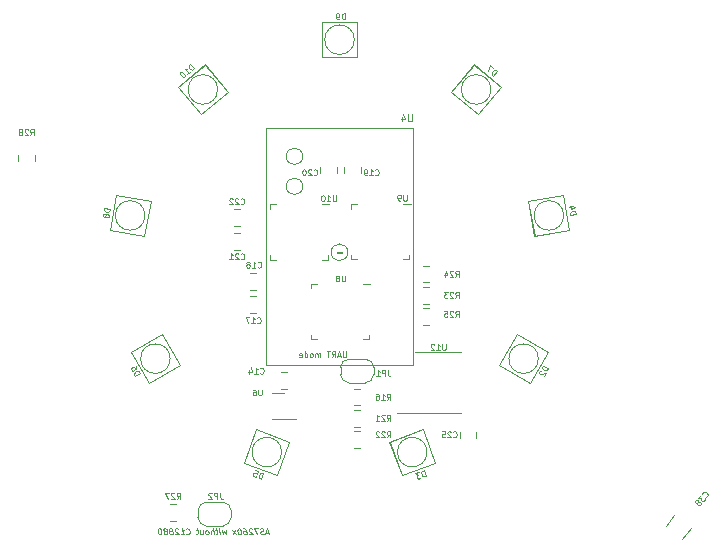
<source format=gbr>
%TF.GenerationSoftware,KiCad,Pcbnew,5.1.6+dfsg1-1*%
%TF.CreationDate,2020-08-08T17:15:22+09:00*%
%TF.ProjectId,portable_spectro_sch,706f7274-6162-46c6-955f-737065637472,rev?*%
%TF.SameCoordinates,Original*%
%TF.FileFunction,Legend,Bot*%
%TF.FilePolarity,Positive*%
%FSLAX46Y46*%
G04 Gerber Fmt 4.6, Leading zero omitted, Abs format (unit mm)*
G04 Created by KiCad (PCBNEW 5.1.6+dfsg1-1) date 2020-08-08 17:15:22*
%MOMM*%
%LPD*%
G01*
G04 APERTURE LIST*
%ADD10C,0.070000*%
%ADD11C,0.050000*%
%ADD12C,0.120000*%
G04 APERTURE END LIST*
D10*
X221298095Y-80546190D02*
X221298095Y-80950952D01*
X221274285Y-80998571D01*
X221250476Y-81022380D01*
X221202857Y-81046190D01*
X221107619Y-81046190D01*
X221060000Y-81022380D01*
X221036190Y-80998571D01*
X221012380Y-80950952D01*
X221012380Y-80546190D01*
X220798095Y-80903333D02*
X220560000Y-80903333D01*
X220845714Y-81046190D02*
X220679047Y-80546190D01*
X220512380Y-81046190D01*
X220060000Y-81046190D02*
X220226666Y-80808095D01*
X220345714Y-81046190D02*
X220345714Y-80546190D01*
X220155238Y-80546190D01*
X220107619Y-80570000D01*
X220083809Y-80593809D01*
X220060000Y-80641428D01*
X220060000Y-80712857D01*
X220083809Y-80760476D01*
X220107619Y-80784285D01*
X220155238Y-80808095D01*
X220345714Y-80808095D01*
X219917142Y-80546190D02*
X219631428Y-80546190D01*
X219774285Y-81046190D02*
X219774285Y-80546190D01*
X219083809Y-81046190D02*
X219083809Y-80712857D01*
X219083809Y-80760476D02*
X219060000Y-80736666D01*
X219012380Y-80712857D01*
X218940952Y-80712857D01*
X218893333Y-80736666D01*
X218869523Y-80784285D01*
X218869523Y-81046190D01*
X218869523Y-80784285D02*
X218845714Y-80736666D01*
X218798095Y-80712857D01*
X218726666Y-80712857D01*
X218679047Y-80736666D01*
X218655238Y-80784285D01*
X218655238Y-81046190D01*
X218345714Y-81046190D02*
X218393333Y-81022380D01*
X218417142Y-80998571D01*
X218440952Y-80950952D01*
X218440952Y-80808095D01*
X218417142Y-80760476D01*
X218393333Y-80736666D01*
X218345714Y-80712857D01*
X218274285Y-80712857D01*
X218226666Y-80736666D01*
X218202857Y-80760476D01*
X218179047Y-80808095D01*
X218179047Y-80950952D01*
X218202857Y-80998571D01*
X218226666Y-81022380D01*
X218274285Y-81046190D01*
X218345714Y-81046190D01*
X217750476Y-81046190D02*
X217750476Y-80546190D01*
X217750476Y-81022380D02*
X217798095Y-81046190D01*
X217893333Y-81046190D01*
X217940952Y-81022380D01*
X217964761Y-80998571D01*
X217988571Y-80950952D01*
X217988571Y-80808095D01*
X217964761Y-80760476D01*
X217940952Y-80736666D01*
X217893333Y-80712857D01*
X217798095Y-80712857D01*
X217750476Y-80736666D01*
X217321904Y-81022380D02*
X217369523Y-81046190D01*
X217464761Y-81046190D01*
X217512380Y-81022380D01*
X217536190Y-80974761D01*
X217536190Y-80784285D01*
X217512380Y-80736666D01*
X217464761Y-80712857D01*
X217369523Y-80712857D01*
X217321904Y-80736666D01*
X217298095Y-80784285D01*
X217298095Y-80831904D01*
X217536190Y-80879523D01*
X214710300Y-95883333D02*
X214472205Y-95883333D01*
X214775776Y-96026190D02*
X214546610Y-95526190D01*
X214442443Y-96026190D01*
X214296610Y-96002380D02*
X214228157Y-96026190D01*
X214109110Y-96026190D01*
X214058514Y-96002380D01*
X214031729Y-95978571D01*
X214001967Y-95930952D01*
X213996014Y-95883333D01*
X214013872Y-95835714D01*
X214034705Y-95811904D01*
X214079348Y-95788095D01*
X214171610Y-95764285D01*
X214216252Y-95740476D01*
X214237086Y-95716666D01*
X214254943Y-95669047D01*
X214248991Y-95621428D01*
X214219229Y-95573809D01*
X214192443Y-95550000D01*
X214141848Y-95526190D01*
X214022800Y-95526190D01*
X213954348Y-95550000D01*
X213784705Y-95526190D02*
X213451372Y-95526190D01*
X213728157Y-96026190D01*
X213290657Y-95573809D02*
X213263872Y-95550000D01*
X213213276Y-95526190D01*
X213094229Y-95526190D01*
X213049586Y-95550000D01*
X213028752Y-95573809D01*
X213010895Y-95621428D01*
X213016848Y-95669047D01*
X213049586Y-95740476D01*
X213371014Y-96026190D01*
X213061491Y-96026190D01*
X212570419Y-95526190D02*
X212665657Y-95526190D01*
X212716252Y-95550000D01*
X212743038Y-95573809D01*
X212799586Y-95645238D01*
X212835300Y-95740476D01*
X212859110Y-95930952D01*
X212841252Y-95978571D01*
X212820419Y-96002380D01*
X212775776Y-96026190D01*
X212680538Y-96026190D01*
X212629943Y-96002380D01*
X212603157Y-95978571D01*
X212573395Y-95930952D01*
X212558514Y-95811904D01*
X212576372Y-95764285D01*
X212597205Y-95740476D01*
X212641848Y-95716666D01*
X212737086Y-95716666D01*
X212787681Y-95740476D01*
X212814467Y-95764285D01*
X212844229Y-95811904D01*
X212213276Y-95526190D02*
X212165657Y-95526190D01*
X212121014Y-95550000D01*
X212100181Y-95573809D01*
X212082324Y-95621428D01*
X212070419Y-95716666D01*
X212085300Y-95835714D01*
X212121014Y-95930952D01*
X212150776Y-95978571D01*
X212177562Y-96002380D01*
X212228157Y-96026190D01*
X212275776Y-96026190D01*
X212320419Y-96002380D01*
X212341252Y-95978571D01*
X212359110Y-95930952D01*
X212371014Y-95835714D01*
X212356133Y-95716666D01*
X212320419Y-95621428D01*
X212290657Y-95573809D01*
X212263872Y-95550000D01*
X212213276Y-95526190D01*
X211942443Y-96026190D02*
X211638872Y-95692857D01*
X211900776Y-95692857D02*
X211680538Y-96026190D01*
X211115062Y-95692857D02*
X211061491Y-96026190D01*
X210936491Y-95788095D01*
X210871014Y-96026190D01*
X210734110Y-95692857D01*
X210585300Y-96026190D02*
X210543633Y-95692857D01*
X210522800Y-95526190D02*
X210549586Y-95550000D01*
X210528752Y-95573809D01*
X210501967Y-95550000D01*
X210522800Y-95526190D01*
X210528752Y-95573809D01*
X210376967Y-95692857D02*
X210186491Y-95692857D01*
X210284705Y-95526190D02*
X210338276Y-95954761D01*
X210320419Y-96002380D01*
X210275776Y-96026190D01*
X210228157Y-96026190D01*
X210061491Y-96026190D02*
X209998991Y-95526190D01*
X209847205Y-96026190D02*
X209814467Y-95764285D01*
X209832324Y-95716666D01*
X209876967Y-95692857D01*
X209948395Y-95692857D01*
X209998991Y-95716666D01*
X210025776Y-95740476D01*
X209537681Y-96026190D02*
X209582324Y-96002380D01*
X209603157Y-95978571D01*
X209621014Y-95930952D01*
X209603157Y-95788095D01*
X209573395Y-95740476D01*
X209546610Y-95716666D01*
X209496014Y-95692857D01*
X209424586Y-95692857D01*
X209379943Y-95716666D01*
X209359110Y-95740476D01*
X209341252Y-95788095D01*
X209359110Y-95930952D01*
X209388872Y-95978571D01*
X209415657Y-96002380D01*
X209466252Y-96026190D01*
X209537681Y-96026190D01*
X208900776Y-95692857D02*
X208942443Y-96026190D01*
X209115062Y-95692857D02*
X209147800Y-95954761D01*
X209129943Y-96002380D01*
X209085300Y-96026190D01*
X209013872Y-96026190D01*
X208963276Y-96002380D01*
X208936491Y-95978571D01*
X208734110Y-95692857D02*
X208543633Y-95692857D01*
X208641848Y-95526190D02*
X208695419Y-95954761D01*
X208677562Y-96002380D01*
X208632919Y-96026190D01*
X208585300Y-96026190D01*
X207746014Y-95978571D02*
X207772800Y-96002380D01*
X207847205Y-96026190D01*
X207894824Y-96026190D01*
X207963276Y-96002380D01*
X208004943Y-95954761D01*
X208022800Y-95907142D01*
X208034705Y-95811904D01*
X208025776Y-95740476D01*
X207990062Y-95645238D01*
X207960300Y-95597619D01*
X207906729Y-95550000D01*
X207832324Y-95526190D01*
X207784705Y-95526190D01*
X207716252Y-95550000D01*
X207695419Y-95573809D01*
X207275776Y-96026190D02*
X207561491Y-96026190D01*
X207418633Y-96026190D02*
X207356133Y-95526190D01*
X207412681Y-95597619D01*
X207466252Y-95645238D01*
X207516848Y-95669047D01*
X207028752Y-95573809D02*
X207001967Y-95550000D01*
X206951372Y-95526190D01*
X206832324Y-95526190D01*
X206787681Y-95550000D01*
X206766848Y-95573809D01*
X206748991Y-95621428D01*
X206754943Y-95669047D01*
X206787681Y-95740476D01*
X207109110Y-96026190D01*
X206799586Y-96026190D01*
X206478157Y-95740476D02*
X206522800Y-95716666D01*
X206543633Y-95692857D01*
X206561491Y-95645238D01*
X206558514Y-95621428D01*
X206528752Y-95573809D01*
X206501967Y-95550000D01*
X206451372Y-95526190D01*
X206356133Y-95526190D01*
X206311491Y-95550000D01*
X206290657Y-95573809D01*
X206272800Y-95621428D01*
X206275776Y-95645238D01*
X206305538Y-95692857D01*
X206332324Y-95716666D01*
X206382919Y-95740476D01*
X206478157Y-95740476D01*
X206528752Y-95764285D01*
X206555538Y-95788095D01*
X206585300Y-95835714D01*
X206597205Y-95930952D01*
X206579348Y-95978571D01*
X206558514Y-96002380D01*
X206513872Y-96026190D01*
X206418633Y-96026190D01*
X206368038Y-96002380D01*
X206341252Y-95978571D01*
X206311491Y-95930952D01*
X206299586Y-95835714D01*
X206317443Y-95788095D01*
X206338276Y-95764285D01*
X206382919Y-95740476D01*
X206001967Y-95740476D02*
X206046610Y-95716666D01*
X206067443Y-95692857D01*
X206085300Y-95645238D01*
X206082324Y-95621428D01*
X206052562Y-95573809D01*
X206025776Y-95550000D01*
X205975181Y-95526190D01*
X205879943Y-95526190D01*
X205835300Y-95550000D01*
X205814467Y-95573809D01*
X205796610Y-95621428D01*
X205799586Y-95645238D01*
X205829348Y-95692857D01*
X205856133Y-95716666D01*
X205906729Y-95740476D01*
X206001967Y-95740476D01*
X206052562Y-95764285D01*
X206079348Y-95788095D01*
X206109110Y-95835714D01*
X206121014Y-95930952D01*
X206103157Y-95978571D01*
X206082324Y-96002380D01*
X206037681Y-96026190D01*
X205942443Y-96026190D01*
X205891848Y-96002380D01*
X205865062Y-95978571D01*
X205835300Y-95930952D01*
X205823395Y-95835714D01*
X205841252Y-95788095D01*
X205862086Y-95764285D01*
X205906729Y-95740476D01*
X205475181Y-95526190D02*
X205427562Y-95526190D01*
X205382919Y-95550000D01*
X205362086Y-95573809D01*
X205344229Y-95621428D01*
X205332324Y-95716666D01*
X205347205Y-95835714D01*
X205382919Y-95930952D01*
X205412681Y-95978571D01*
X205439467Y-96002380D01*
X205490062Y-96026190D01*
X205537681Y-96026190D01*
X205582324Y-96002380D01*
X205603157Y-95978571D01*
X205621014Y-95930952D01*
X205632919Y-95835714D01*
X205618038Y-95716666D01*
X205582324Y-95621428D01*
X205552562Y-95573809D01*
X205525776Y-95550000D01*
X205475181Y-95526190D01*
D11*
X221960000Y-54160000D02*
G75*
G03*
X221960000Y-54160000I-1250000J0D01*
G01*
X219210000Y-52660000D02*
X222210000Y-52660000D01*
X219210000Y-55660000D02*
X219210000Y-52660000D01*
X222210000Y-52660000D02*
X222210000Y-55660000D01*
X222210000Y-55660000D02*
X219210000Y-55660000D01*
X210389824Y-58371201D02*
G75*
G03*
X210389824Y-58371201I-1250000J0D01*
G01*
X209324709Y-56257952D02*
X211253072Y-58556086D01*
X207026575Y-58186315D02*
X209324709Y-56257952D01*
X208954938Y-60484449D02*
X207026575Y-58186315D01*
X211253072Y-58556086D02*
X208954938Y-60484449D01*
X204233461Y-69034333D02*
G75*
G03*
X204233461Y-69034333I-1250000J0D01*
G01*
X201766722Y-67296649D02*
X204721145Y-67817594D01*
X201245777Y-70251073D02*
X201766722Y-67296649D01*
X204200200Y-70772017D02*
X201245777Y-70251073D01*
X204721145Y-67817594D02*
X204200200Y-70772017D01*
X206371543Y-81160000D02*
G75*
G03*
X206371543Y-81160000I-1250000J0D01*
G01*
X203072505Y-80610961D02*
X205670581Y-79110961D01*
X204572505Y-83209038D02*
X203072505Y-80610961D01*
X207170581Y-81709038D02*
X204572505Y-83209038D01*
X205670581Y-79110961D02*
X207170581Y-81709038D01*
X215803638Y-89074467D02*
G75*
G03*
X215803638Y-89074467I-1250000J0D01*
G01*
X212631069Y-89970975D02*
X213657129Y-87151898D01*
X215450147Y-90997036D02*
X212631069Y-89970975D01*
X216476207Y-88177958D02*
X215450147Y-90997036D01*
X213657129Y-87151898D02*
X216476207Y-88177958D01*
X228116362Y-89074467D02*
G75*
G03*
X228116362Y-89074467I-1250000J0D01*
G01*
X225969853Y-90997036D02*
X224943793Y-88177958D01*
X228788931Y-89970975D02*
X225969853Y-90997036D01*
X227762871Y-87151898D02*
X228788931Y-89970975D01*
X224943793Y-88177958D02*
X227762871Y-87151898D01*
X237548457Y-81159999D02*
G75*
G03*
X237548457Y-81159999I-1250000J0D01*
G01*
X236847495Y-83209038D02*
X234249419Y-81709038D01*
X238347495Y-80610961D02*
X236847495Y-83209038D01*
X235749419Y-79110961D02*
X238347495Y-80610961D01*
X234249419Y-81709038D02*
X235749419Y-79110961D01*
X239686539Y-69034333D02*
G75*
G03*
X239686539Y-69034333I-1250000J0D01*
G01*
X240174223Y-70251073D02*
X237219800Y-70772017D01*
X239653278Y-67296649D02*
X240174223Y-70251073D01*
X236698855Y-67817594D02*
X239653278Y-67296649D01*
X237219800Y-70772017D02*
X236698855Y-67817594D01*
X233530176Y-58371201D02*
G75*
G03*
X233530176Y-58371201I-1250000J0D01*
G01*
X234393425Y-58186315D02*
X232465062Y-60484449D01*
X232095291Y-56257952D02*
X234393425Y-58186315D01*
X230166928Y-58556086D02*
X232095291Y-56257952D01*
X232465062Y-60484449D02*
X230166928Y-58556086D01*
X217600000Y-66580000D02*
G75*
G03*
X217600000Y-66580000I-700000J0D01*
G01*
X217600000Y-64040000D02*
G75*
G03*
X217600000Y-64040000I-700000J0D01*
G01*
X214460000Y-61600000D02*
X226960000Y-61600000D01*
%TO.C,D3*%
X227766509Y-87157431D02*
X228792569Y-89976509D01*
X228792569Y-89976509D02*
X225973491Y-91002569D01*
X224947431Y-88183491D02*
X225973491Y-91002569D01*
X227766509Y-87157431D02*
X224947431Y-88183491D01*
%TO.C,D10*%
X208955115Y-60483248D02*
X207026752Y-58185115D01*
X207026752Y-58185115D02*
X209324885Y-56256752D01*
X211253248Y-58554885D02*
X209324885Y-56256752D01*
X208955115Y-60483248D02*
X211253248Y-58554885D01*
%TO.C,D4*%
X236702316Y-67813261D02*
X239656739Y-67292316D01*
X239656739Y-67292316D02*
X240177684Y-70246739D01*
X237223261Y-70767684D02*
X240177684Y-70246739D01*
X236702316Y-67813261D02*
X237223261Y-70767684D01*
%TO.C,D7*%
X230166752Y-58554885D02*
X232095115Y-56256752D01*
X232095115Y-56256752D02*
X234393248Y-58185115D01*
X232464885Y-60483248D02*
X234393248Y-58185115D01*
X230166752Y-58554885D02*
X232464885Y-60483248D01*
%TO.C,D5*%
X216475415Y-88178718D02*
X215449355Y-90997796D01*
X215449355Y-90997796D02*
X212630277Y-89971736D01*
X213656337Y-87152658D02*
X212630277Y-89971736D01*
X216475415Y-88178718D02*
X213656337Y-87152658D01*
%TO.C,D8*%
X204196739Y-70767684D02*
X201242316Y-70246739D01*
X201242316Y-70246739D02*
X201763261Y-67292316D01*
X204717684Y-67813261D02*
X201763261Y-67292316D01*
X204196739Y-70767684D02*
X204717684Y-67813261D01*
%TO.C,D2*%
X235753094Y-79108462D02*
X238351170Y-80608462D01*
X238351170Y-80608462D02*
X236851170Y-83206538D01*
X234253094Y-81706538D02*
X236851170Y-83206538D01*
X235753094Y-79108462D02*
X234253094Y-81706538D01*
%TO.C,D9*%
X219210000Y-55660000D02*
X219210000Y-52660000D01*
X219210000Y-52660000D02*
X222210000Y-52660000D01*
X222210000Y-55660000D02*
X222210000Y-52660000D01*
X219210000Y-55660000D02*
X222210000Y-55660000D01*
%TO.C,D6*%
X207169038Y-81711666D02*
X204570962Y-83211666D01*
X204570962Y-83211666D02*
X203070962Y-80613590D01*
X205669038Y-79113590D02*
X203070962Y-80613590D01*
X207169038Y-81711666D02*
X205669038Y-79113590D01*
D12*
%TO.C,U4*%
X214460000Y-61600000D02*
X214460000Y-81720000D01*
X214460000Y-81720000D02*
X226960000Y-81720000D01*
X226960000Y-81720000D02*
X226960000Y-61600000D01*
X226960000Y-61600000D02*
X214460000Y-61600000D01*
D11*
X221420282Y-72160000D02*
G75*
G03*
X221420282Y-72160000I-710282J0D01*
G01*
X220460000Y-72135000D02*
X220460000Y-72185000D01*
X220460000Y-72135000D02*
X220960000Y-72135000D01*
X220960000Y-72135000D02*
X220960000Y-72185000D01*
X220960000Y-72185000D02*
X220460000Y-72185000D01*
D12*
%TO.C,C25*%
X232310000Y-87858578D02*
X232310000Y-87341422D01*
X230890000Y-87858578D02*
X230890000Y-87341422D01*
%TO.C,R22*%
X221941422Y-87290000D02*
X222458578Y-87290000D01*
X221941422Y-88710000D02*
X222458578Y-88710000D01*
%TO.C,U9*%
X222210000Y-68060000D02*
X221710000Y-68060000D01*
X221710000Y-68060000D02*
X221710000Y-68460000D01*
X222210000Y-72760000D02*
X221710000Y-72760000D01*
X221710000Y-72760000D02*
X221710000Y-72360000D01*
X226110000Y-72760000D02*
X226610000Y-72760000D01*
X226610000Y-72760000D02*
X226610000Y-72360000D01*
X226110000Y-68060000D02*
X226735000Y-68060000D01*
%TO.C,C17*%
X213658578Y-75890000D02*
X213141422Y-75890000D01*
X213658578Y-77310000D02*
X213141422Y-77310000D01*
%TO.C,C18*%
X213658578Y-75310000D02*
X213141422Y-75310000D01*
X213658578Y-73890000D02*
X213141422Y-73890000D01*
%TO.C,C19*%
X221090000Y-65458578D02*
X221090000Y-64941422D01*
X222510000Y-65458578D02*
X222510000Y-64941422D01*
%TO.C,C20*%
X220510000Y-65458578D02*
X220510000Y-64941422D01*
X219090000Y-65458578D02*
X219090000Y-64941422D01*
%TO.C,C21*%
X212258578Y-70510000D02*
X211741422Y-70510000D01*
X212258578Y-71930000D02*
X211741422Y-71930000D01*
%TO.C,C22*%
X212258578Y-69910000D02*
X211741422Y-69910000D01*
X212258578Y-68490000D02*
X211741422Y-68490000D01*
%TO.C,C38*%
X249728312Y-96440573D02*
X250486094Y-95504790D01*
X248313906Y-95295210D02*
X249071688Y-94359427D01*
%TO.C,JP1*%
X223600000Y-82500000D02*
X223600000Y-81900000D01*
X221500000Y-83200000D02*
X222900000Y-83200000D01*
X220800000Y-81900000D02*
X220800000Y-82500000D01*
X222900000Y-81200000D02*
X221500000Y-81200000D01*
X221500000Y-81200000D02*
G75*
G03*
X220800000Y-81900000I0J-700000D01*
G01*
X220800000Y-82500000D02*
G75*
G03*
X221500000Y-83200000I700000J0D01*
G01*
X222900000Y-83200000D02*
G75*
G03*
X223600000Y-82500000I0J700000D01*
G01*
X223600000Y-81900000D02*
G75*
G03*
X222900000Y-81200000I-700000J0D01*
G01*
%TO.C,R28*%
X194910000Y-64458578D02*
X194910000Y-63941422D01*
X193490000Y-64458578D02*
X193490000Y-63941422D01*
%TO.C,R16*%
X222458578Y-83690000D02*
X221941422Y-83690000D01*
X222458578Y-85110000D02*
X221941422Y-85110000D01*
%TO.C,R21*%
X221941422Y-86910000D02*
X222458578Y-86910000D01*
X221941422Y-85490000D02*
X222458578Y-85490000D01*
%TO.C,R23*%
X227741422Y-76510000D02*
X228258578Y-76510000D01*
X227741422Y-75090000D02*
X228258578Y-75090000D01*
%TO.C,R24*%
X227741422Y-73290000D02*
X228258578Y-73290000D01*
X227741422Y-74710000D02*
X228258578Y-74710000D01*
%TO.C,R25*%
X227741422Y-76890000D02*
X228258578Y-76890000D01*
X227741422Y-78310000D02*
X228258578Y-78310000D01*
%TO.C,R27*%
X206321422Y-94890000D02*
X206838578Y-94890000D01*
X206321422Y-93470000D02*
X206838578Y-93470000D01*
%TO.C,U12*%
X229070000Y-80640000D02*
X231020000Y-80640000D01*
X229070000Y-80640000D02*
X227120000Y-80640000D01*
X229070000Y-85760000D02*
X231020000Y-85760000D01*
X229070000Y-85760000D02*
X225620000Y-85760000D01*
%TO.C,U8*%
X222670000Y-74820000D02*
X223295000Y-74820000D01*
X223170000Y-79520000D02*
X223170000Y-79120000D01*
X222670000Y-79520000D02*
X223170000Y-79520000D01*
X218270000Y-79520000D02*
X218270000Y-79120000D01*
X218770000Y-79520000D02*
X218270000Y-79520000D01*
X218270000Y-74820000D02*
X218270000Y-75220000D01*
X218770000Y-74820000D02*
X218270000Y-74820000D01*
%TO.C,U10*%
X219200000Y-68070000D02*
X219825000Y-68070000D01*
X219700000Y-72770000D02*
X219700000Y-72370000D01*
X219200000Y-72770000D02*
X219700000Y-72770000D01*
X214800000Y-72770000D02*
X214800000Y-72370000D01*
X215300000Y-72770000D02*
X214800000Y-72770000D01*
X214800000Y-68070000D02*
X214800000Y-68470000D01*
X215300000Y-68070000D02*
X214800000Y-68070000D01*
%TO.C,C14*%
X216258578Y-82290000D02*
X215741422Y-82290000D01*
X216258578Y-83710000D02*
X215741422Y-83710000D01*
%TO.C,U6*%
X216000000Y-84090000D02*
X215000000Y-84090000D01*
X217000000Y-86310000D02*
X215000000Y-86310000D01*
%TO.C,JP2*%
X209430000Y-95310000D02*
X210830000Y-95310000D01*
X211530000Y-94610000D02*
X211530000Y-94010000D01*
X210830000Y-93310000D02*
X209430000Y-93310000D01*
X208730000Y-94010000D02*
X208730000Y-94610000D01*
X210830000Y-95310000D02*
G75*
G03*
X211530000Y-94610000I0J700000D01*
G01*
X211530000Y-94010000D02*
G75*
G03*
X210830000Y-93310000I-700000J0D01*
G01*
X209430000Y-93310000D02*
G75*
G03*
X208730000Y-94010000I0J-700000D01*
G01*
X208730000Y-94610000D02*
G75*
G03*
X209430000Y-95310000I700000J0D01*
G01*
%TO.C,D3*%
D10*
X228024153Y-91086327D02*
X227853142Y-90616481D01*
X227741274Y-90657198D01*
X227682297Y-90704001D01*
X227653836Y-90765035D01*
X227647749Y-90817926D01*
X227657949Y-90915564D01*
X227682379Y-90982685D01*
X227737326Y-91064036D01*
X227775986Y-91100640D01*
X227837020Y-91129100D01*
X227912284Y-91127044D01*
X228024153Y-91086327D01*
X227428043Y-90771204D02*
X227137186Y-90877068D01*
X227358948Y-90999053D01*
X227291827Y-91023483D01*
X227255223Y-91062144D01*
X227240993Y-91092661D01*
X227234906Y-91145551D01*
X227275623Y-91257420D01*
X227314283Y-91294023D01*
X227344800Y-91308254D01*
X227397691Y-91314341D01*
X227531933Y-91265481D01*
X227568537Y-91226820D01*
X227582767Y-91196303D01*
%TO.C,D10*%
X208410490Y-56583008D02*
X208089097Y-56199985D01*
X207997901Y-56276508D01*
X207958488Y-56340660D01*
X207952618Y-56407747D01*
X207964988Y-56459530D01*
X208007967Y-56547791D01*
X208053880Y-56602509D01*
X208133337Y-56660161D01*
X208182185Y-56681335D01*
X208249273Y-56687204D01*
X208319295Y-56659530D01*
X208410490Y-56583008D01*
X207826837Y-57072750D02*
X208045707Y-56889097D01*
X207936272Y-56980924D02*
X207614879Y-56597901D01*
X207697270Y-56622010D01*
X207764358Y-56627879D01*
X207816140Y-56615510D01*
X207268335Y-56888686D02*
X207231856Y-56919295D01*
X207210682Y-56968143D01*
X207207748Y-57001687D01*
X207220118Y-57053470D01*
X207263096Y-57141731D01*
X207339619Y-57232927D01*
X207419076Y-57290579D01*
X207467924Y-57311753D01*
X207501467Y-57314687D01*
X207553250Y-57302317D01*
X207589728Y-57271709D01*
X207610902Y-57222860D01*
X207613837Y-57189317D01*
X207601467Y-57137534D01*
X207558488Y-57049273D01*
X207481966Y-56958077D01*
X207402509Y-56900425D01*
X207353661Y-56879251D01*
X207320117Y-56876317D01*
X207268335Y-56888686D01*
%TO.C,D4*%
X240241330Y-69002718D02*
X240733734Y-68915894D01*
X240713061Y-68798655D01*
X240677210Y-68732446D01*
X240622045Y-68693819D01*
X240571015Y-68678640D01*
X240473090Y-68671731D01*
X240402746Y-68684134D01*
X240313090Y-68724120D01*
X240270328Y-68755837D01*
X240231702Y-68811001D01*
X240220657Y-68885479D01*
X240241330Y-69002718D01*
X240445565Y-68241401D02*
X240117295Y-68299284D01*
X240653819Y-68325564D02*
X240322775Y-68504821D01*
X240269027Y-68199999D01*
%TO.C,D7*%
X233737314Y-57210491D02*
X234058708Y-56827468D01*
X233967512Y-56750946D01*
X233897490Y-56723272D01*
X233830403Y-56729141D01*
X233781555Y-56750315D01*
X233702098Y-56807967D01*
X233656184Y-56862685D01*
X233613206Y-56950946D01*
X233600836Y-57002729D01*
X233606705Y-57069816D01*
X233646118Y-57133968D01*
X233737314Y-57210491D01*
X233712164Y-56536684D02*
X233456816Y-56322421D01*
X233299574Y-56843183D01*
%TO.C,D5*%
X214069429Y-91338770D02*
X214240439Y-90868923D01*
X214128571Y-90828207D01*
X214053307Y-90826150D01*
X213992273Y-90854611D01*
X213953613Y-90891215D01*
X213898666Y-90972566D01*
X213874236Y-91039687D01*
X213864036Y-91137325D01*
X213870123Y-91190215D01*
X213898583Y-91251249D01*
X213957561Y-91298053D01*
X214069429Y-91338770D01*
X213546857Y-90616480D02*
X213770593Y-90697913D01*
X213711533Y-90929793D01*
X213697303Y-90899276D01*
X213660699Y-90860616D01*
X213548831Y-90819899D01*
X213495940Y-90825986D01*
X213465423Y-90840216D01*
X213426763Y-90876820D01*
X213386046Y-90988688D01*
X213392133Y-91041579D01*
X213406363Y-91072096D01*
X213442967Y-91110756D01*
X213554836Y-91151473D01*
X213607726Y-91145386D01*
X213638243Y-91131156D01*
%TO.C,D8*%
X201286838Y-68475836D02*
X200794434Y-68389012D01*
X200773762Y-68506251D01*
X200784806Y-68580729D01*
X200823433Y-68635893D01*
X200866194Y-68667610D01*
X200955851Y-68707596D01*
X201026194Y-68719999D01*
X201124120Y-68713090D01*
X201175150Y-68697911D01*
X201230314Y-68659284D01*
X201266166Y-68593075D01*
X201286838Y-68475836D01*
X200906237Y-68988970D02*
X200891058Y-68937940D01*
X200871745Y-68910357D01*
X200828984Y-68878640D01*
X200805536Y-68874506D01*
X200754506Y-68889685D01*
X200726923Y-68908998D01*
X200695207Y-68951759D01*
X200678669Y-69045551D01*
X200693848Y-69096581D01*
X200713161Y-69124163D01*
X200755922Y-69155880D01*
X200779370Y-69160014D01*
X200830400Y-69144835D01*
X200857982Y-69125522D01*
X200889699Y-69082761D01*
X200906237Y-68988970D01*
X200937954Y-68946209D01*
X200965536Y-68926895D01*
X201016566Y-68911716D01*
X201110357Y-68928254D01*
X201153118Y-68959971D01*
X201172432Y-68987553D01*
X201187611Y-69038583D01*
X201171073Y-69132375D01*
X201139356Y-69175136D01*
X201111774Y-69194449D01*
X201060743Y-69209628D01*
X200966952Y-69193090D01*
X200924191Y-69161373D01*
X200904878Y-69133791D01*
X200889699Y-69082761D01*
%TO.C,D2*%
X238380410Y-81993490D02*
X237947397Y-81743490D01*
X237887873Y-81846588D01*
X237872779Y-81920352D01*
X237890209Y-81985401D01*
X237919543Y-82029830D01*
X237990117Y-82098069D01*
X238051976Y-82133783D01*
X238146359Y-82160782D01*
X238199503Y-82163972D01*
X238264552Y-82146543D01*
X238320886Y-82096588D01*
X238380410Y-81993490D01*
X237750541Y-82179693D02*
X237718017Y-82188408D01*
X237673588Y-82217742D01*
X237614064Y-82320840D01*
X237610874Y-82373984D01*
X237619589Y-82406509D01*
X237648924Y-82450938D01*
X237690163Y-82474748D01*
X237763927Y-82489842D01*
X238154220Y-82385264D01*
X237999458Y-82653319D01*
%TO.C,D9*%
X221169047Y-52426190D02*
X221169047Y-51926190D01*
X221050000Y-51926190D01*
X220978571Y-51950000D01*
X220930952Y-51997619D01*
X220907142Y-52045238D01*
X220883333Y-52140476D01*
X220883333Y-52211904D01*
X220907142Y-52307142D01*
X220930952Y-52354761D01*
X220978571Y-52402380D01*
X221050000Y-52426190D01*
X221169047Y-52426190D01*
X220645238Y-52426190D02*
X220550000Y-52426190D01*
X220502380Y-52402380D01*
X220478571Y-52378571D01*
X220430952Y-52307142D01*
X220407142Y-52211904D01*
X220407142Y-52021428D01*
X220430952Y-51973809D01*
X220454761Y-51950000D01*
X220502380Y-51926190D01*
X220597619Y-51926190D01*
X220645238Y-51950000D01*
X220669047Y-51973809D01*
X220692857Y-52021428D01*
X220692857Y-52140476D01*
X220669047Y-52188095D01*
X220645238Y-52211904D01*
X220597619Y-52235714D01*
X220502380Y-52235714D01*
X220454761Y-52211904D01*
X220430952Y-52188095D01*
X220407142Y-52140476D01*
%TO.C,D6*%
X203388637Y-82632700D02*
X203821649Y-82382700D01*
X203762126Y-82279602D01*
X203705792Y-82229648D01*
X203640743Y-82212218D01*
X203587599Y-82215408D01*
X203493215Y-82242407D01*
X203431356Y-82278122D01*
X203360782Y-82346360D01*
X203331448Y-82390790D01*
X203314018Y-82455838D01*
X203329113Y-82529602D01*
X203388637Y-82632700D01*
X203464506Y-81764111D02*
X203512126Y-81846589D01*
X203515315Y-81899733D01*
X203506600Y-81932258D01*
X203468551Y-82009211D01*
X203397977Y-82077450D01*
X203233020Y-82172688D01*
X203179876Y-82175878D01*
X203147352Y-82167163D01*
X203102922Y-82137829D01*
X203055303Y-82055350D01*
X203052113Y-82002206D01*
X203060828Y-81969682D01*
X203090163Y-81925252D01*
X203193261Y-81865729D01*
X203246405Y-81862539D01*
X203278930Y-81871254D01*
X203323359Y-81900588D01*
X203370978Y-81983067D01*
X203374168Y-82036211D01*
X203365453Y-82068735D01*
X203336118Y-82113164D01*
%TO.C,U4*%
X226857142Y-60471428D02*
X226857142Y-60957142D01*
X226828571Y-61014285D01*
X226800000Y-61042857D01*
X226742857Y-61071428D01*
X226628571Y-61071428D01*
X226571428Y-61042857D01*
X226542857Y-61014285D01*
X226514285Y-60957142D01*
X226514285Y-60471428D01*
X225971428Y-60671428D02*
X225971428Y-61071428D01*
X226114285Y-60442857D02*
X226257142Y-60871428D01*
X225885714Y-60871428D01*
%TO.C,C25*%
X230321428Y-87778571D02*
X230345238Y-87802380D01*
X230416666Y-87826190D01*
X230464285Y-87826190D01*
X230535714Y-87802380D01*
X230583333Y-87754761D01*
X230607142Y-87707142D01*
X230630952Y-87611904D01*
X230630952Y-87540476D01*
X230607142Y-87445238D01*
X230583333Y-87397619D01*
X230535714Y-87350000D01*
X230464285Y-87326190D01*
X230416666Y-87326190D01*
X230345238Y-87350000D01*
X230321428Y-87373809D01*
X230130952Y-87373809D02*
X230107142Y-87350000D01*
X230059523Y-87326190D01*
X229940476Y-87326190D01*
X229892857Y-87350000D01*
X229869047Y-87373809D01*
X229845238Y-87421428D01*
X229845238Y-87469047D01*
X229869047Y-87540476D01*
X230154761Y-87826190D01*
X229845238Y-87826190D01*
X229392857Y-87326190D02*
X229630952Y-87326190D01*
X229654761Y-87564285D01*
X229630952Y-87540476D01*
X229583333Y-87516666D01*
X229464285Y-87516666D01*
X229416666Y-87540476D01*
X229392857Y-87564285D01*
X229369047Y-87611904D01*
X229369047Y-87730952D01*
X229392857Y-87778571D01*
X229416666Y-87802380D01*
X229464285Y-87826190D01*
X229583333Y-87826190D01*
X229630952Y-87802380D01*
X229654761Y-87778571D01*
%TO.C,R22*%
X224721428Y-87826190D02*
X224888095Y-87588095D01*
X225007142Y-87826190D02*
X225007142Y-87326190D01*
X224816666Y-87326190D01*
X224769047Y-87350000D01*
X224745238Y-87373809D01*
X224721428Y-87421428D01*
X224721428Y-87492857D01*
X224745238Y-87540476D01*
X224769047Y-87564285D01*
X224816666Y-87588095D01*
X225007142Y-87588095D01*
X224530952Y-87373809D02*
X224507142Y-87350000D01*
X224459523Y-87326190D01*
X224340476Y-87326190D01*
X224292857Y-87350000D01*
X224269047Y-87373809D01*
X224245238Y-87421428D01*
X224245238Y-87469047D01*
X224269047Y-87540476D01*
X224554761Y-87826190D01*
X224245238Y-87826190D01*
X224054761Y-87373809D02*
X224030952Y-87350000D01*
X223983333Y-87326190D01*
X223864285Y-87326190D01*
X223816666Y-87350000D01*
X223792857Y-87373809D01*
X223769047Y-87421428D01*
X223769047Y-87469047D01*
X223792857Y-87540476D01*
X224078571Y-87826190D01*
X223769047Y-87826190D01*
%TO.C,U9*%
X226400952Y-67286190D02*
X226400952Y-67690952D01*
X226377142Y-67738571D01*
X226353333Y-67762380D01*
X226305714Y-67786190D01*
X226210476Y-67786190D01*
X226162857Y-67762380D01*
X226139047Y-67738571D01*
X226115238Y-67690952D01*
X226115238Y-67286190D01*
X225853333Y-67786190D02*
X225758095Y-67786190D01*
X225710476Y-67762380D01*
X225686666Y-67738571D01*
X225639047Y-67667142D01*
X225615238Y-67571904D01*
X225615238Y-67381428D01*
X225639047Y-67333809D01*
X225662857Y-67310000D01*
X225710476Y-67286190D01*
X225805714Y-67286190D01*
X225853333Y-67310000D01*
X225877142Y-67333809D01*
X225900952Y-67381428D01*
X225900952Y-67500476D01*
X225877142Y-67548095D01*
X225853333Y-67571904D01*
X225805714Y-67595714D01*
X225710476Y-67595714D01*
X225662857Y-67571904D01*
X225639047Y-67548095D01*
X225615238Y-67500476D01*
%TO.C,C17*%
X213731428Y-78118571D02*
X213755238Y-78142380D01*
X213826666Y-78166190D01*
X213874285Y-78166190D01*
X213945714Y-78142380D01*
X213993333Y-78094761D01*
X214017142Y-78047142D01*
X214040952Y-77951904D01*
X214040952Y-77880476D01*
X214017142Y-77785238D01*
X213993333Y-77737619D01*
X213945714Y-77690000D01*
X213874285Y-77666190D01*
X213826666Y-77666190D01*
X213755238Y-77690000D01*
X213731428Y-77713809D01*
X213255238Y-78166190D02*
X213540952Y-78166190D01*
X213398095Y-78166190D02*
X213398095Y-77666190D01*
X213445714Y-77737619D01*
X213493333Y-77785238D01*
X213540952Y-77809047D01*
X213088571Y-77666190D02*
X212755238Y-77666190D01*
X212969523Y-78166190D01*
%TO.C,C18*%
X213771428Y-73398571D02*
X213795238Y-73422380D01*
X213866666Y-73446190D01*
X213914285Y-73446190D01*
X213985714Y-73422380D01*
X214033333Y-73374761D01*
X214057142Y-73327142D01*
X214080952Y-73231904D01*
X214080952Y-73160476D01*
X214057142Y-73065238D01*
X214033333Y-73017619D01*
X213985714Y-72970000D01*
X213914285Y-72946190D01*
X213866666Y-72946190D01*
X213795238Y-72970000D01*
X213771428Y-72993809D01*
X213295238Y-73446190D02*
X213580952Y-73446190D01*
X213438095Y-73446190D02*
X213438095Y-72946190D01*
X213485714Y-73017619D01*
X213533333Y-73065238D01*
X213580952Y-73089047D01*
X213009523Y-73160476D02*
X213057142Y-73136666D01*
X213080952Y-73112857D01*
X213104761Y-73065238D01*
X213104761Y-73041428D01*
X213080952Y-72993809D01*
X213057142Y-72970000D01*
X213009523Y-72946190D01*
X212914285Y-72946190D01*
X212866666Y-72970000D01*
X212842857Y-72993809D01*
X212819047Y-73041428D01*
X212819047Y-73065238D01*
X212842857Y-73112857D01*
X212866666Y-73136666D01*
X212914285Y-73160476D01*
X213009523Y-73160476D01*
X213057142Y-73184285D01*
X213080952Y-73208095D01*
X213104761Y-73255714D01*
X213104761Y-73350952D01*
X213080952Y-73398571D01*
X213057142Y-73422380D01*
X213009523Y-73446190D01*
X212914285Y-73446190D01*
X212866666Y-73422380D01*
X212842857Y-73398571D01*
X212819047Y-73350952D01*
X212819047Y-73255714D01*
X212842857Y-73208095D01*
X212866666Y-73184285D01*
X212914285Y-73160476D01*
%TO.C,C19*%
X223721428Y-65578571D02*
X223745238Y-65602380D01*
X223816666Y-65626190D01*
X223864285Y-65626190D01*
X223935714Y-65602380D01*
X223983333Y-65554761D01*
X224007142Y-65507142D01*
X224030952Y-65411904D01*
X224030952Y-65340476D01*
X224007142Y-65245238D01*
X223983333Y-65197619D01*
X223935714Y-65150000D01*
X223864285Y-65126190D01*
X223816666Y-65126190D01*
X223745238Y-65150000D01*
X223721428Y-65173809D01*
X223245238Y-65626190D02*
X223530952Y-65626190D01*
X223388095Y-65626190D02*
X223388095Y-65126190D01*
X223435714Y-65197619D01*
X223483333Y-65245238D01*
X223530952Y-65269047D01*
X223007142Y-65626190D02*
X222911904Y-65626190D01*
X222864285Y-65602380D01*
X222840476Y-65578571D01*
X222792857Y-65507142D01*
X222769047Y-65411904D01*
X222769047Y-65221428D01*
X222792857Y-65173809D01*
X222816666Y-65150000D01*
X222864285Y-65126190D01*
X222959523Y-65126190D01*
X223007142Y-65150000D01*
X223030952Y-65173809D01*
X223054761Y-65221428D01*
X223054761Y-65340476D01*
X223030952Y-65388095D01*
X223007142Y-65411904D01*
X222959523Y-65435714D01*
X222864285Y-65435714D01*
X222816666Y-65411904D01*
X222792857Y-65388095D01*
X222769047Y-65340476D01*
%TO.C,C20*%
X218521428Y-65578571D02*
X218545238Y-65602380D01*
X218616666Y-65626190D01*
X218664285Y-65626190D01*
X218735714Y-65602380D01*
X218783333Y-65554761D01*
X218807142Y-65507142D01*
X218830952Y-65411904D01*
X218830952Y-65340476D01*
X218807142Y-65245238D01*
X218783333Y-65197619D01*
X218735714Y-65150000D01*
X218664285Y-65126190D01*
X218616666Y-65126190D01*
X218545238Y-65150000D01*
X218521428Y-65173809D01*
X218330952Y-65173809D02*
X218307142Y-65150000D01*
X218259523Y-65126190D01*
X218140476Y-65126190D01*
X218092857Y-65150000D01*
X218069047Y-65173809D01*
X218045238Y-65221428D01*
X218045238Y-65269047D01*
X218069047Y-65340476D01*
X218354761Y-65626190D01*
X218045238Y-65626190D01*
X217735714Y-65126190D02*
X217688095Y-65126190D01*
X217640476Y-65150000D01*
X217616666Y-65173809D01*
X217592857Y-65221428D01*
X217569047Y-65316666D01*
X217569047Y-65435714D01*
X217592857Y-65530952D01*
X217616666Y-65578571D01*
X217640476Y-65602380D01*
X217688095Y-65626190D01*
X217735714Y-65626190D01*
X217783333Y-65602380D01*
X217807142Y-65578571D01*
X217830952Y-65530952D01*
X217854761Y-65435714D01*
X217854761Y-65316666D01*
X217830952Y-65221428D01*
X217807142Y-65173809D01*
X217783333Y-65150000D01*
X217735714Y-65126190D01*
%TO.C,C21*%
X212341428Y-72708571D02*
X212365238Y-72732380D01*
X212436666Y-72756190D01*
X212484285Y-72756190D01*
X212555714Y-72732380D01*
X212603333Y-72684761D01*
X212627142Y-72637142D01*
X212650952Y-72541904D01*
X212650952Y-72470476D01*
X212627142Y-72375238D01*
X212603333Y-72327619D01*
X212555714Y-72280000D01*
X212484285Y-72256190D01*
X212436666Y-72256190D01*
X212365238Y-72280000D01*
X212341428Y-72303809D01*
X212150952Y-72303809D02*
X212127142Y-72280000D01*
X212079523Y-72256190D01*
X211960476Y-72256190D01*
X211912857Y-72280000D01*
X211889047Y-72303809D01*
X211865238Y-72351428D01*
X211865238Y-72399047D01*
X211889047Y-72470476D01*
X212174761Y-72756190D01*
X211865238Y-72756190D01*
X211389047Y-72756190D02*
X211674761Y-72756190D01*
X211531904Y-72756190D02*
X211531904Y-72256190D01*
X211579523Y-72327619D01*
X211627142Y-72375238D01*
X211674761Y-72399047D01*
%TO.C,C22*%
X212331428Y-68048571D02*
X212355238Y-68072380D01*
X212426666Y-68096190D01*
X212474285Y-68096190D01*
X212545714Y-68072380D01*
X212593333Y-68024761D01*
X212617142Y-67977142D01*
X212640952Y-67881904D01*
X212640952Y-67810476D01*
X212617142Y-67715238D01*
X212593333Y-67667619D01*
X212545714Y-67620000D01*
X212474285Y-67596190D01*
X212426666Y-67596190D01*
X212355238Y-67620000D01*
X212331428Y-67643809D01*
X212140952Y-67643809D02*
X212117142Y-67620000D01*
X212069523Y-67596190D01*
X211950476Y-67596190D01*
X211902857Y-67620000D01*
X211879047Y-67643809D01*
X211855238Y-67691428D01*
X211855238Y-67739047D01*
X211879047Y-67810476D01*
X212164761Y-68096190D01*
X211855238Y-68096190D01*
X211664761Y-67643809D02*
X211640952Y-67620000D01*
X211593333Y-67596190D01*
X211474285Y-67596190D01*
X211426666Y-67620000D01*
X211402857Y-67643809D01*
X211379047Y-67691428D01*
X211379047Y-67739047D01*
X211402857Y-67810476D01*
X211688571Y-68096190D01*
X211379047Y-68096190D01*
%TO.C,C38*%
X251741057Y-92862581D02*
X251774544Y-92859062D01*
X251837999Y-92818535D01*
X251867967Y-92781528D01*
X251894415Y-92711034D01*
X251887376Y-92644059D01*
X251865353Y-92595588D01*
X251806322Y-92517149D01*
X251750812Y-92472198D01*
X251661814Y-92430766D01*
X251609824Y-92419302D01*
X251542849Y-92426341D01*
X251479394Y-92466868D01*
X251449426Y-92503875D01*
X251422978Y-92574369D01*
X251426498Y-92607856D01*
X251284604Y-92707413D02*
X251089815Y-92947958D01*
X251342729Y-92938304D01*
X251297778Y-92993815D01*
X251286314Y-93045806D01*
X251289833Y-93079293D01*
X251311856Y-93127764D01*
X251404374Y-93202683D01*
X251456365Y-93214147D01*
X251489852Y-93210628D01*
X251538323Y-93188604D01*
X251628226Y-93077584D01*
X251639690Y-93025593D01*
X251636170Y-92992106D01*
X251076540Y-93304854D02*
X251088004Y-93252863D01*
X251084485Y-93219376D01*
X251062462Y-93170905D01*
X251043958Y-93155921D01*
X250991967Y-93144457D01*
X250958480Y-93147977D01*
X250910009Y-93170000D01*
X250850074Y-93244014D01*
X250838609Y-93296005D01*
X250842129Y-93329492D01*
X250864152Y-93377963D01*
X250882656Y-93392947D01*
X250934646Y-93404411D01*
X250968134Y-93400891D01*
X251016605Y-93378868D01*
X251076540Y-93304854D01*
X251125011Y-93282831D01*
X251158499Y-93279311D01*
X251210489Y-93290776D01*
X251284503Y-93350711D01*
X251306526Y-93399182D01*
X251310046Y-93432669D01*
X251298582Y-93484660D01*
X251238647Y-93558674D01*
X251190175Y-93580697D01*
X251156688Y-93584217D01*
X251104697Y-93572753D01*
X251030684Y-93512817D01*
X251008660Y-93464346D01*
X251005141Y-93430859D01*
X251016605Y-93378868D01*
%TO.C,JP1*%
X224816666Y-82126190D02*
X224816666Y-82483333D01*
X224840476Y-82554761D01*
X224888095Y-82602380D01*
X224959523Y-82626190D01*
X225007142Y-82626190D01*
X224578571Y-82626190D02*
X224578571Y-82126190D01*
X224388095Y-82126190D01*
X224340476Y-82150000D01*
X224316666Y-82173809D01*
X224292857Y-82221428D01*
X224292857Y-82292857D01*
X224316666Y-82340476D01*
X224340476Y-82364285D01*
X224388095Y-82388095D01*
X224578571Y-82388095D01*
X223816666Y-82626190D02*
X224102380Y-82626190D01*
X223959523Y-82626190D02*
X223959523Y-82126190D01*
X224007142Y-82197619D01*
X224054761Y-82245238D01*
X224102380Y-82269047D01*
%TO.C,R28*%
X194521428Y-62226190D02*
X194688095Y-61988095D01*
X194807142Y-62226190D02*
X194807142Y-61726190D01*
X194616666Y-61726190D01*
X194569047Y-61750000D01*
X194545238Y-61773809D01*
X194521428Y-61821428D01*
X194521428Y-61892857D01*
X194545238Y-61940476D01*
X194569047Y-61964285D01*
X194616666Y-61988095D01*
X194807142Y-61988095D01*
X194330952Y-61773809D02*
X194307142Y-61750000D01*
X194259523Y-61726190D01*
X194140476Y-61726190D01*
X194092857Y-61750000D01*
X194069047Y-61773809D01*
X194045238Y-61821428D01*
X194045238Y-61869047D01*
X194069047Y-61940476D01*
X194354761Y-62226190D01*
X194045238Y-62226190D01*
X193759523Y-61940476D02*
X193807142Y-61916666D01*
X193830952Y-61892857D01*
X193854761Y-61845238D01*
X193854761Y-61821428D01*
X193830952Y-61773809D01*
X193807142Y-61750000D01*
X193759523Y-61726190D01*
X193664285Y-61726190D01*
X193616666Y-61750000D01*
X193592857Y-61773809D01*
X193569047Y-61821428D01*
X193569047Y-61845238D01*
X193592857Y-61892857D01*
X193616666Y-61916666D01*
X193664285Y-61940476D01*
X193759523Y-61940476D01*
X193807142Y-61964285D01*
X193830952Y-61988095D01*
X193854761Y-62035714D01*
X193854761Y-62130952D01*
X193830952Y-62178571D01*
X193807142Y-62202380D01*
X193759523Y-62226190D01*
X193664285Y-62226190D01*
X193616666Y-62202380D01*
X193592857Y-62178571D01*
X193569047Y-62130952D01*
X193569047Y-62035714D01*
X193592857Y-61988095D01*
X193616666Y-61964285D01*
X193664285Y-61940476D01*
%TO.C,R16*%
X224721428Y-84646190D02*
X224888095Y-84408095D01*
X225007142Y-84646190D02*
X225007142Y-84146190D01*
X224816666Y-84146190D01*
X224769047Y-84170000D01*
X224745238Y-84193809D01*
X224721428Y-84241428D01*
X224721428Y-84312857D01*
X224745238Y-84360476D01*
X224769047Y-84384285D01*
X224816666Y-84408095D01*
X225007142Y-84408095D01*
X224245238Y-84646190D02*
X224530952Y-84646190D01*
X224388095Y-84646190D02*
X224388095Y-84146190D01*
X224435714Y-84217619D01*
X224483333Y-84265238D01*
X224530952Y-84289047D01*
X223816666Y-84146190D02*
X223911904Y-84146190D01*
X223959523Y-84170000D01*
X223983333Y-84193809D01*
X224030952Y-84265238D01*
X224054761Y-84360476D01*
X224054761Y-84550952D01*
X224030952Y-84598571D01*
X224007142Y-84622380D01*
X223959523Y-84646190D01*
X223864285Y-84646190D01*
X223816666Y-84622380D01*
X223792857Y-84598571D01*
X223769047Y-84550952D01*
X223769047Y-84431904D01*
X223792857Y-84384285D01*
X223816666Y-84360476D01*
X223864285Y-84336666D01*
X223959523Y-84336666D01*
X224007142Y-84360476D01*
X224030952Y-84384285D01*
X224054761Y-84431904D01*
%TO.C,R21*%
X224721428Y-86406190D02*
X224888095Y-86168095D01*
X225007142Y-86406190D02*
X225007142Y-85906190D01*
X224816666Y-85906190D01*
X224769047Y-85930000D01*
X224745238Y-85953809D01*
X224721428Y-86001428D01*
X224721428Y-86072857D01*
X224745238Y-86120476D01*
X224769047Y-86144285D01*
X224816666Y-86168095D01*
X225007142Y-86168095D01*
X224530952Y-85953809D02*
X224507142Y-85930000D01*
X224459523Y-85906190D01*
X224340476Y-85906190D01*
X224292857Y-85930000D01*
X224269047Y-85953809D01*
X224245238Y-86001428D01*
X224245238Y-86049047D01*
X224269047Y-86120476D01*
X224554761Y-86406190D01*
X224245238Y-86406190D01*
X223769047Y-86406190D02*
X224054761Y-86406190D01*
X223911904Y-86406190D02*
X223911904Y-85906190D01*
X223959523Y-85977619D01*
X224007142Y-86025238D01*
X224054761Y-86049047D01*
%TO.C,R23*%
X230521428Y-76026190D02*
X230688095Y-75788095D01*
X230807142Y-76026190D02*
X230807142Y-75526190D01*
X230616666Y-75526190D01*
X230569047Y-75550000D01*
X230545238Y-75573809D01*
X230521428Y-75621428D01*
X230521428Y-75692857D01*
X230545238Y-75740476D01*
X230569047Y-75764285D01*
X230616666Y-75788095D01*
X230807142Y-75788095D01*
X230330952Y-75573809D02*
X230307142Y-75550000D01*
X230259523Y-75526190D01*
X230140476Y-75526190D01*
X230092857Y-75550000D01*
X230069047Y-75573809D01*
X230045238Y-75621428D01*
X230045238Y-75669047D01*
X230069047Y-75740476D01*
X230354761Y-76026190D01*
X230045238Y-76026190D01*
X229878571Y-75526190D02*
X229569047Y-75526190D01*
X229735714Y-75716666D01*
X229664285Y-75716666D01*
X229616666Y-75740476D01*
X229592857Y-75764285D01*
X229569047Y-75811904D01*
X229569047Y-75930952D01*
X229592857Y-75978571D01*
X229616666Y-76002380D01*
X229664285Y-76026190D01*
X229807142Y-76026190D01*
X229854761Y-76002380D01*
X229878571Y-75978571D01*
%TO.C,R24*%
X230521428Y-74226190D02*
X230688095Y-73988095D01*
X230807142Y-74226190D02*
X230807142Y-73726190D01*
X230616666Y-73726190D01*
X230569047Y-73750000D01*
X230545238Y-73773809D01*
X230521428Y-73821428D01*
X230521428Y-73892857D01*
X230545238Y-73940476D01*
X230569047Y-73964285D01*
X230616666Y-73988095D01*
X230807142Y-73988095D01*
X230330952Y-73773809D02*
X230307142Y-73750000D01*
X230259523Y-73726190D01*
X230140476Y-73726190D01*
X230092857Y-73750000D01*
X230069047Y-73773809D01*
X230045238Y-73821428D01*
X230045238Y-73869047D01*
X230069047Y-73940476D01*
X230354761Y-74226190D01*
X230045238Y-74226190D01*
X229616666Y-73892857D02*
X229616666Y-74226190D01*
X229735714Y-73702380D02*
X229854761Y-74059523D01*
X229545238Y-74059523D01*
%TO.C,R25*%
X230521428Y-77626190D02*
X230688095Y-77388095D01*
X230807142Y-77626190D02*
X230807142Y-77126190D01*
X230616666Y-77126190D01*
X230569047Y-77150000D01*
X230545238Y-77173809D01*
X230521428Y-77221428D01*
X230521428Y-77292857D01*
X230545238Y-77340476D01*
X230569047Y-77364285D01*
X230616666Y-77388095D01*
X230807142Y-77388095D01*
X230330952Y-77173809D02*
X230307142Y-77150000D01*
X230259523Y-77126190D01*
X230140476Y-77126190D01*
X230092857Y-77150000D01*
X230069047Y-77173809D01*
X230045238Y-77221428D01*
X230045238Y-77269047D01*
X230069047Y-77340476D01*
X230354761Y-77626190D01*
X230045238Y-77626190D01*
X229592857Y-77126190D02*
X229830952Y-77126190D01*
X229854761Y-77364285D01*
X229830952Y-77340476D01*
X229783333Y-77316666D01*
X229664285Y-77316666D01*
X229616666Y-77340476D01*
X229592857Y-77364285D01*
X229569047Y-77411904D01*
X229569047Y-77530952D01*
X229592857Y-77578571D01*
X229616666Y-77602380D01*
X229664285Y-77626190D01*
X229783333Y-77626190D01*
X229830952Y-77602380D01*
X229854761Y-77578571D01*
%TO.C,R27*%
X206921428Y-93026190D02*
X207088095Y-92788095D01*
X207207142Y-93026190D02*
X207207142Y-92526190D01*
X207016666Y-92526190D01*
X206969047Y-92550000D01*
X206945238Y-92573809D01*
X206921428Y-92621428D01*
X206921428Y-92692857D01*
X206945238Y-92740476D01*
X206969047Y-92764285D01*
X207016666Y-92788095D01*
X207207142Y-92788095D01*
X206730952Y-92573809D02*
X206707142Y-92550000D01*
X206659523Y-92526190D01*
X206540476Y-92526190D01*
X206492857Y-92550000D01*
X206469047Y-92573809D01*
X206445238Y-92621428D01*
X206445238Y-92669047D01*
X206469047Y-92740476D01*
X206754761Y-93026190D01*
X206445238Y-93026190D01*
X206278571Y-92526190D02*
X205945238Y-92526190D01*
X206159523Y-93026190D01*
%TO.C,U12*%
X229689047Y-79926190D02*
X229689047Y-80330952D01*
X229665238Y-80378571D01*
X229641428Y-80402380D01*
X229593809Y-80426190D01*
X229498571Y-80426190D01*
X229450952Y-80402380D01*
X229427142Y-80378571D01*
X229403333Y-80330952D01*
X229403333Y-79926190D01*
X228903333Y-80426190D02*
X229189047Y-80426190D01*
X229046190Y-80426190D02*
X229046190Y-79926190D01*
X229093809Y-79997619D01*
X229141428Y-80045238D01*
X229189047Y-80069047D01*
X228712857Y-79973809D02*
X228689047Y-79950000D01*
X228641428Y-79926190D01*
X228522380Y-79926190D01*
X228474761Y-79950000D01*
X228450952Y-79973809D01*
X228427142Y-80021428D01*
X228427142Y-80069047D01*
X228450952Y-80140476D01*
X228736666Y-80426190D01*
X228427142Y-80426190D01*
%TO.C,U8*%
X221180952Y-74126190D02*
X221180952Y-74530952D01*
X221157142Y-74578571D01*
X221133333Y-74602380D01*
X221085714Y-74626190D01*
X220990476Y-74626190D01*
X220942857Y-74602380D01*
X220919047Y-74578571D01*
X220895238Y-74530952D01*
X220895238Y-74126190D01*
X220585714Y-74340476D02*
X220633333Y-74316666D01*
X220657142Y-74292857D01*
X220680952Y-74245238D01*
X220680952Y-74221428D01*
X220657142Y-74173809D01*
X220633333Y-74150000D01*
X220585714Y-74126190D01*
X220490476Y-74126190D01*
X220442857Y-74150000D01*
X220419047Y-74173809D01*
X220395238Y-74221428D01*
X220395238Y-74245238D01*
X220419047Y-74292857D01*
X220442857Y-74316666D01*
X220490476Y-74340476D01*
X220585714Y-74340476D01*
X220633333Y-74364285D01*
X220657142Y-74388095D01*
X220680952Y-74435714D01*
X220680952Y-74530952D01*
X220657142Y-74578571D01*
X220633333Y-74602380D01*
X220585714Y-74626190D01*
X220490476Y-74626190D01*
X220442857Y-74602380D01*
X220419047Y-74578571D01*
X220395238Y-74530952D01*
X220395238Y-74435714D01*
X220419047Y-74388095D01*
X220442857Y-74364285D01*
X220490476Y-74340476D01*
%TO.C,U10*%
X220419047Y-67326190D02*
X220419047Y-67730952D01*
X220395238Y-67778571D01*
X220371428Y-67802380D01*
X220323809Y-67826190D01*
X220228571Y-67826190D01*
X220180952Y-67802380D01*
X220157142Y-67778571D01*
X220133333Y-67730952D01*
X220133333Y-67326190D01*
X219633333Y-67826190D02*
X219919047Y-67826190D01*
X219776190Y-67826190D02*
X219776190Y-67326190D01*
X219823809Y-67397619D01*
X219871428Y-67445238D01*
X219919047Y-67469047D01*
X219323809Y-67326190D02*
X219276190Y-67326190D01*
X219228571Y-67350000D01*
X219204761Y-67373809D01*
X219180952Y-67421428D01*
X219157142Y-67516666D01*
X219157142Y-67635714D01*
X219180952Y-67730952D01*
X219204761Y-67778571D01*
X219228571Y-67802380D01*
X219276190Y-67826190D01*
X219323809Y-67826190D01*
X219371428Y-67802380D01*
X219395238Y-67778571D01*
X219419047Y-67730952D01*
X219442857Y-67635714D01*
X219442857Y-67516666D01*
X219419047Y-67421428D01*
X219395238Y-67373809D01*
X219371428Y-67350000D01*
X219323809Y-67326190D01*
%TO.C,C14*%
X213981428Y-82378571D02*
X214005238Y-82402380D01*
X214076666Y-82426190D01*
X214124285Y-82426190D01*
X214195714Y-82402380D01*
X214243333Y-82354761D01*
X214267142Y-82307142D01*
X214290952Y-82211904D01*
X214290952Y-82140476D01*
X214267142Y-82045238D01*
X214243333Y-81997619D01*
X214195714Y-81950000D01*
X214124285Y-81926190D01*
X214076666Y-81926190D01*
X214005238Y-81950000D01*
X213981428Y-81973809D01*
X213505238Y-82426190D02*
X213790952Y-82426190D01*
X213648095Y-82426190D02*
X213648095Y-81926190D01*
X213695714Y-81997619D01*
X213743333Y-82045238D01*
X213790952Y-82069047D01*
X213076666Y-82092857D02*
X213076666Y-82426190D01*
X213195714Y-81902380D02*
X213314761Y-82259523D01*
X213005238Y-82259523D01*
%TO.C,U6*%
X214130952Y-83776190D02*
X214130952Y-84180952D01*
X214107142Y-84228571D01*
X214083333Y-84252380D01*
X214035714Y-84276190D01*
X213940476Y-84276190D01*
X213892857Y-84252380D01*
X213869047Y-84228571D01*
X213845238Y-84180952D01*
X213845238Y-83776190D01*
X213392857Y-83776190D02*
X213488095Y-83776190D01*
X213535714Y-83800000D01*
X213559523Y-83823809D01*
X213607142Y-83895238D01*
X213630952Y-83990476D01*
X213630952Y-84180952D01*
X213607142Y-84228571D01*
X213583333Y-84252380D01*
X213535714Y-84276190D01*
X213440476Y-84276190D01*
X213392857Y-84252380D01*
X213369047Y-84228571D01*
X213345238Y-84180952D01*
X213345238Y-84061904D01*
X213369047Y-84014285D01*
X213392857Y-83990476D01*
X213440476Y-83966666D01*
X213535714Y-83966666D01*
X213583333Y-83990476D01*
X213607142Y-84014285D01*
X213630952Y-84061904D01*
%TO.C,JP2*%
X210616666Y-92526190D02*
X210616666Y-92883333D01*
X210640476Y-92954761D01*
X210688095Y-93002380D01*
X210759523Y-93026190D01*
X210807142Y-93026190D01*
X210378571Y-93026190D02*
X210378571Y-92526190D01*
X210188095Y-92526190D01*
X210140476Y-92550000D01*
X210116666Y-92573809D01*
X210092857Y-92621428D01*
X210092857Y-92692857D01*
X210116666Y-92740476D01*
X210140476Y-92764285D01*
X210188095Y-92788095D01*
X210378571Y-92788095D01*
X209902380Y-92573809D02*
X209878571Y-92550000D01*
X209830952Y-92526190D01*
X209711904Y-92526190D01*
X209664285Y-92550000D01*
X209640476Y-92573809D01*
X209616666Y-92621428D01*
X209616666Y-92669047D01*
X209640476Y-92740476D01*
X209926190Y-93026190D01*
X209616666Y-93026190D01*
%TD*%
M02*

</source>
